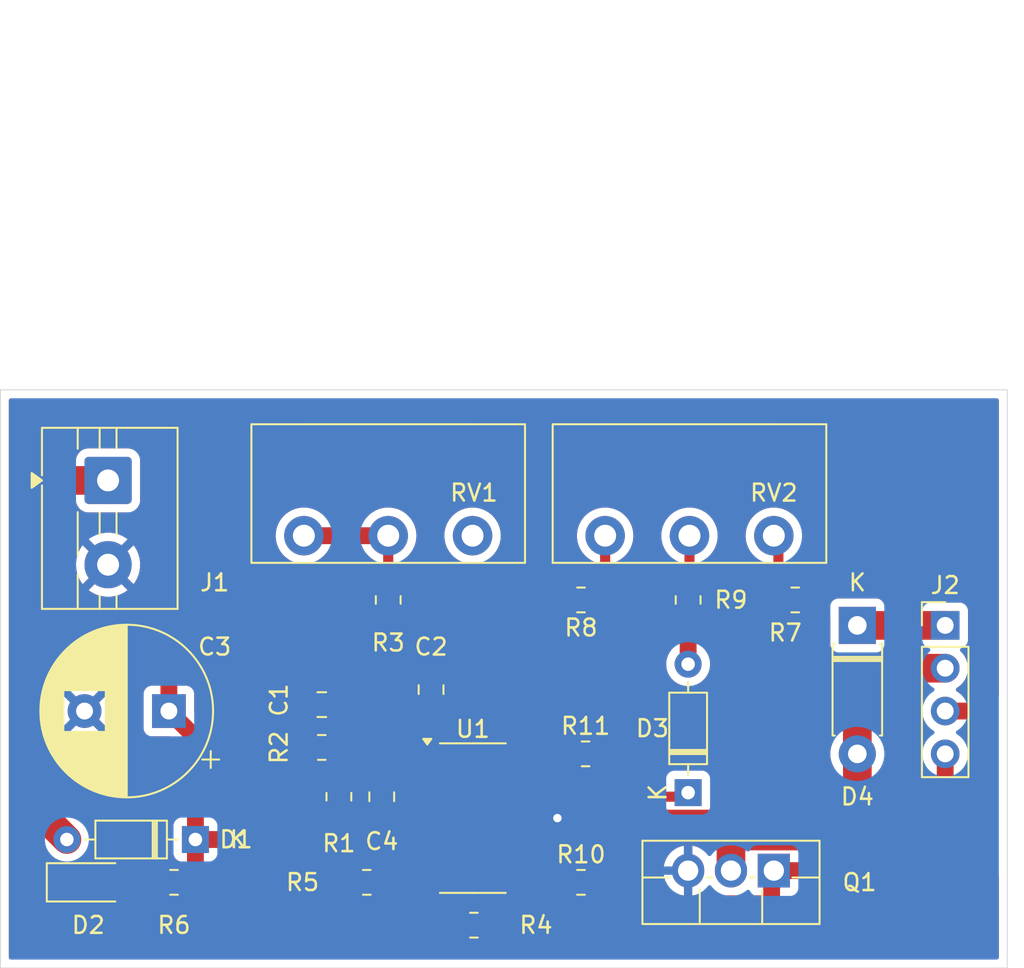
<source format=kicad_pcb>
(kicad_pcb (version 20241229) (generator "pcbnew") (generator_version "9.0")
  (layers (0 "F.Cu" signal) (2 "B.Cu" signal) (13 "F.Paste" user) (15 "B.Paste" user) (5 "F.SilkS" user "F.Silkscreen") (7 "B.SilkS" user "B.Silkscreen") (1 "F.Mask" user) (3 "B.Mask" user) (25 "Edge.Cuts" user))
  (net 0 "")
  (net 1 "GND")
  (net 2 "Net-(U1A-+)")
  (net 3 "+12V")
  (net 4 "/SIG1")
  (net 5 "Net-(U1A--)")
  (net 6 "Net-(D1-A)")
  (net 7 "Net-(D2-A)")
  (net 8 "Net-(D3-A)")
  (net 9 "Net-(D3-K)")
  (net 10 "VCC")
  (net 11 "Net-(D4-A)")
  (net 12 "/PW_OUT")
  (net 13 "/TRI_OUT")
  (net 14 "Net-(R3-Pad2)")
  (net 15 "Net-(R5-Pad2)")
  (net 16 "Net-(U1B-+)")
  (net 17 "Net-(U1C--)")
  (net 18 "Net-(R11-Pad1)")
  (net 19 "Net-(R7-Pad2)")
  (net 20 "Net-(R8-Pad1)")
  (net 21 "Net-(R9-Pad1)")
  (footprint "Resistor_SMD:R_0805_2012Metric_Pad1.20x1.40mm_HandSolder" (layer "F.Cu") (at 161.42 110.49 180)
    (property "Reference" "R6" (at 0 -2.54 0) (layer "F.SilkS"))
    (property "Value" "1k")
    (fp_line (start -0.227064 0.735) (end 0.227064 0.735) (stroke (width 0.12)) (layer "F.SilkS"))
    (fp_line (start -0.227064 -0.735) (end 0.227064 -0.735) (stroke (width 0.12)) (layer "F.SilkS"))
    (pad "1" smd roundrect (at -1 0 180) (size 1.2 1.4) (layers "F.Cu" "F.Mask" "F.Paste") (roundrect_rratio 0.208333) (net 3 "+12V"))
    (pad "2" smd roundrect (at 1 0 180) (size 1.2 1.4) (layers "F.Cu" "F.Mask" "F.Paste") (roundrect_rratio 0.208333) (net 7 "Net-(D2-A)"))
  )
  (footprint "Package_SO:SOIC-14_3.9x8.7mm_P1.27mm" (layer "F.Cu") (at 179.135 106.68)
    (property "Reference" "U1" (at 0 -5.28 0) (layer "F.SilkS"))
    (property "Value" "TL074")
    (fp_line (start 0 -4.435) (end -1.95 -4.435) (stroke (width 0.12)) (layer "F.SilkS"))
    (fp_line (start 0 -4.435) (end 1.95 -4.435) (stroke (width 0.12)) (layer "F.SilkS"))
    (fp_line (start 0 4.435) (end -1.95 4.435) (stroke (width 0.12)) (layer "F.SilkS"))
    (fp_line (start 0 4.435) (end 1.95 4.435) (stroke (width 0.12)) (layer "F.SilkS"))
    (fp_poly (pts (xy -2.7 -4.37) (xy -2.94 -4.7) (xy -2.46 -4.7)) (stroke (width 0.12)) (fill yes) (layer "F.SilkS"))
    (pad "1" smd roundrect (at -2.475 -3.81) (size 1.95 0.6) (layers "F.Cu" "F.Mask" "F.Paste") (net 4 "/SIG1"))
    (pad "2" smd roundrect (at -2.475 -2.54) (size 1.95 0.6) (layers "F.Cu" "F.Mask" "F.Paste") (net 5 "Net-(U1A--)"))
    (pad "3" smd roundrect (at -2.475 -1.27) (size 1.95 0.6) (layers "F.Cu" "F.Mask" "F.Paste") (net 2 "Net-(U1A-+)"))
    (pad "4" smd roundrect (at -2.475 0) (size 1.95 0.6) (layers "F.Cu" "F.Mask" "F.Paste") (net 3 "+12V"))
    (pad "5" smd roundrect (at -2.475 1.27) (size 1.95 0.6) (layers "F.Cu" "F.Mask" "F.Paste") (net 16 "Net-(U1B-+)"))
    (pad "6" smd roundrect (at -2.475 2.54) (size 1.95 0.6) (layers "F.Cu" "F.Mask" "F.Paste") (net 2 "Net-(U1A-+)"))
    (pad "7" smd roundrect (at -2.475 3.81) (size 1.95 0.6) (layers "F.Cu" "F.Mask" "F.Paste") (net 15 "Net-(R5-Pad2)"))
    (pad "8" smd roundrect (at 2.475 3.81) (size 1.95 0.6) (layers "F.Cu" "F.Mask" "F.Paste") (net 17 "Net-(U1C--)"))
    (pad "9" smd roundrect (at 2.475 2.54) (size 1.95 0.6) (layers "F.Cu" "F.Mask" "F.Paste") (net 17 "Net-(U1C--)"))
    (pad "10" smd roundrect (at 2.475 1.27) (size 1.95 0.6) (layers "F.Cu" "F.Mask" "F.Paste") (net 4 "/SIG1"))
    (pad "11" smd roundrect (at 2.475 0) (size 1.95 0.6) (layers "F.Cu" "F.Mask" "F.Paste") (net 1 "GND"))
    (pad "12" smd roundrect (at 2.475 -1.27) (size 1.95 0.6) (layers "F.Cu" "F.Mask" "F.Paste") (net 9 "Net-(D3-K)"))
    (pad "13" smd roundrect (at 2.475 -2.54) (size 1.95 0.6) (layers "F.Cu" "F.Mask" "F.Paste") (net 4 "/SIG1"))
    (pad "14" smd roundrect (at 2.475 -3.81) (size 1.95 0.6) (layers "F.Cu" "F.Mask" "F.Paste") (net 18 "Net-(R11-Pad1)"))
  )
  (footprint "Capacitor_SMD:C_0805_2012Metric_Pad1.18x1.45mm_HandSolder" (layer "F.Cu") (at 170.18 99.949 180)
    (property "Reference" "C1" (at 2.54 0.27 90) (layer "F.SilkS"))
    (property "Value" "100n")
    (fp_line (start -0.261252 0.735) (end 0.261252 0.735) (stroke (width 0.12)) (layer "F.SilkS"))
    (fp_line (start -0.261252 -0.735) (end 0.261252 -0.735) (stroke (width 0.12)) (layer "F.SilkS"))
    (pad "1" smd roundrect (at -1.0375 0 180) (size 1.175 1.45) (layers "F.Cu" "F.Mask" "F.Paste") (roundrect_rratio 0.212766) (net 2 "Net-(U1A-+)"))
    (pad "2" smd roundrect (at 1.0375 0 180) (size 1.175 1.45) (layers "F.Cu" "F.Mask" "F.Paste") (roundrect_rratio 0.212766) (net 1 "GND"))
  )
  (footprint "LED_SMD:LED_1206_3216Metric_Pad1.42x1.75mm_HandSolder" (layer "F.Cu") (at 156.34 110.49)
    (property "Reference" "D2" (at 0 2.54 0) (layer "F.SilkS"))
    (property "Value" "RED")
    (fp_line (start -2.46 -1.135) (end -2.46 1.135) (stroke (width 0.12)) (layer "F.SilkS"))
    (fp_line (start -2.46 1.135) (end 1.6 1.135) (stroke (width 0.12)) (layer "F.SilkS"))
    (fp_line (start 1.6 -1.135) (end -2.46 -1.135) (stroke (width 0.12)) (layer "F.SilkS"))
    (pad "1" smd roundrect (at -1.4875 0) (size 1.425 1.75) (layers "F.Cu" "F.Mask" "F.Paste") (roundrect_rratio 0.175439) (net 1 "GND"))
    (pad "2" smd roundrect (at 1.4875 0) (size 1.425 1.75) (layers "F.Cu" "F.Mask" "F.Paste") (roundrect_rratio 0.175439) (net 7 "Net-(D2-A)"))
  )
  (footprint "Capacitor_THT:CP_Radial_D10.0mm_P5.00mm" (layer "F.Cu") (at 161.117677 100.33 180)
    (property "Reference" "C3" (at -2.712323 3.81 180) (layer "F.SilkS"))
    (property "Value" "10u")
    (fp_line (start 7.58 -0.599) (end 7.58 0.599) (stroke (width 0.12)) (layer "F.SilkS"))
    (fp_line (start 7.54 -0.862) (end 7.54 0.862) (stroke (width 0.12)) (layer "F.SilkS"))
    (fp_line (start 7.5 -1.062) (end 7.5 1.062) (stroke (width 0.12)) (layer "F.SilkS"))
    (fp_line (start 7.46 -1.23) (end 7.46 1.23) (stroke (width 0.12)) (layer "F.SilkS"))
    (fp_line (start 7.42 -1.377) (end 7.42 1.377) (stroke (width 0.12)) (layer "F.SilkS"))
    (fp_line (start 7.38 -1.509) (end 7.38 1.509) (stroke (width 0.12)) (layer "F.SilkS"))
    (fp_line (start 7.34 -1.63) (end 7.34 1.63) (stroke (width 0.12)) (layer "F.SilkS"))
    (fp_line (start 7.3 -1.742) (end 7.3 1.742) (stroke (width 0.12)) (layer "F.SilkS"))
    (fp_line (start 7.26 -1.846) (end 7.26 1.846) (stroke (width 0.12)) (layer "F.SilkS"))
    (fp_line (start 7.22 -1.944) (end 7.22 1.944) (stroke (width 0.12)) (layer "F.SilkS"))
    (fp_line (start 7.18 -2.037) (end 7.18 2.037) (stroke (width 0.12)) (layer "F.SilkS"))
    (fp_line (start 7.14 -2.124) (end 7.14 2.124) (stroke (width 0.12)) (layer "F.SilkS"))
    (fp_line (start 7.1 -2.208) (end 7.1 2.208) (stroke (width 0.12)) (layer "F.SilkS"))
    (fp_line (start 7.06 -2.288) (end 7.06 2.288) (stroke (width 0.12)) (layer "F.SilkS"))
    (fp_line (start 7.02 -2.365) (end 7.02 2.365) (stroke (width 0.12)) (layer "F.SilkS"))
    (fp_line (start 6.98 -2.439) (end 6.98 2.439) (stroke (width 0.12)) (layer "F.SilkS"))
    (fp_line (start 6.94 -2.51) (end 6.94 2.51) (stroke (width 0.12)) (layer "F.SilkS"))
    (fp_line (start 6.9 -2.578) (end 6.9 2.578) (stroke (width 0.12)) (layer "F.SilkS"))
    (fp_line (start 6.86 -2.644) (end 6.86 2.644) (stroke (width 0.12)) (layer "F.SilkS"))
    (fp_line (start 6.82 -2.708) (end 6.82 2.708) (stroke (width 0.12)) (layer "F.SilkS"))
    (fp_line (start 6.78 -2.77) (end 6.78 2.77) (stroke (width 0.12)) (layer "F.SilkS"))
    (fp_line (start 6.74 -2.83) (end 6.74 2.83) (stroke (width 0.12)) (layer "F.SilkS"))
    (fp_line (start 6.7 -2.888) (end 6.7 2.888) (stroke (width 0.12)) (layer "F.SilkS"))
    (fp_line (start 6.66 -2.945) (end 6.66 2.945) (stroke (width 0.12)) (layer "F.SilkS"))
    (fp_line (start 6.62 -3) (end 6.62 3) (stroke (width 0.12)) (layer "F.SilkS"))
    (fp_line (start 6.58 -3.053) (end 6.58 3.053) (stroke (width 0.12)) (layer "F.SilkS"))
    (fp_line (start 6.54 -3.105) (end 6.54 3.105) (stroke (width 0.12)) (layer "F.SilkS"))
    (fp_line (start 6.5 -3.156) (end 6.5 3.156) (stroke (width 0.12)) (layer "F.SilkS"))
    (fp_line (start 6.46 -3.205) (end 6.46 3.205) (stroke (width 0.12)) (layer "F.SilkS"))
    (fp_line (start 6.42 -3.254) (end 6.42 3.254) (stroke (width 0.12)) (layer "F.SilkS"))
    (fp_line (start 6.38 -3.301) (end 6.38 3.301) (stroke (width 0.12)) (layer "F.SilkS"))
    (fp_line (start 6.34 -3.347) (end 6.34 3.347) (stroke (width 0.12)) (layer "F.SilkS"))
    (fp_line (start 6.3 -3.391) (end 6.3 3.391) (stroke (width 0.12)) (layer "F.SilkS"))
    (fp_line (start 6.26 -3.435) (end 6.26 3.435) (stroke (width 0.12)) (layer "F.SilkS"))
    (fp_line (start 6.22 1.24) (end 6.22 3.478) (stroke (width 0.12)) (layer "F.SilkS"))
    (fp_line (start 6.22 -3.478) (end 6.22 -1.24) (stroke (width 0.12)) (layer "F.SilkS"))
    (fp_line (start 6.18 1.24) (end 6.18 3.52) (stroke (width 0.12)) (layer "F.SilkS"))
    (fp_line (start 6.18 -3.52) (end 6.18 -1.24) (stroke (width 0.12)) (layer "F.SilkS"))
    (fp_line (start 6.14 1.24) (end 6.14 3.561) (stroke (width 0.12)) (layer "F.SilkS"))
    (fp_line (start 6.14 -3.561) (end 6.14 -1.24) (stroke (width 0.12)) (layer "F.SilkS"))
    (fp_line (start 6.1 1.24) (end 6.1 3.601) (stroke (width 0.12)) (layer "F.SilkS"))
    (fp_line (start 6.1 -3.601) (end 6.1 -1.24) (stroke (width 0.12)) (layer "F.SilkS"))
    (fp_line (start 6.06 1.24) (end 6.06 3.64) (stroke (width 0.12)) (layer "F.SilkS"))
    (fp_line (start 6.06 -3.64) (end 6.06 -1.24) (stroke (width 0.12)) (layer "F.SilkS"))
    (fp_line (start 6.02 1.24) (end 6.02 3.678) (stroke (width 0.12)) (layer "F.SilkS"))
    (fp_line (start 6.02 -3.678) (end 6.02 -1.24) (stroke (width 0.12)) (layer "F.SilkS"))
    (fp_line (start 5.98 1.24) (end 5.98 3.716) (stroke (width 0.12)) (layer "F.SilkS"))
    (fp_line (start 5.98 -3.716) (end 5.98 -1.24) (stroke (width 0.12)) (layer "F.SilkS"))
    (fp_line (start 5.94 1.24) (end 5.94 3.752) (stroke (width 0.12)) (layer "F.SilkS"))
    (fp_line (start 5.94 -3.752) (end 5.94 -1.24) (stroke (width 0.12)) (layer "F.SilkS"))
    (fp_line (start 5.9 1.24) (end 5.9 3.788) (stroke (width 0.12)) (layer "F.SilkS"))
    (fp_line (start 5.9 -3.788) (end 5.9 -1.24) (stroke (width 0.12)) (layer "F.SilkS"))
    (fp_line (start 5.86 1.24) (end 5.86 3.823) (stroke (width 0.12)) (layer "F.SilkS"))
    (fp_line (start 5.86 -3.823) (end 5.86 -1.24) (stroke (width 0.12)) (layer "F.SilkS"))
    (fp_line (start 5.82 1.24) (end 5.82 3.858) (stroke (width 0.12)) (layer "F.SilkS"))
    (fp_line (start 5.82 -3.858) (end 5.82 -1.24) (stroke (width 0.12)) (layer "F.SilkS"))
    (fp_line (start 5.78 1.24) (end 5.78 3.891) (stroke (width 0.12)) (layer "F.SilkS"))
    (fp_line (start 5.78 -3.891) (end 5.78 -1.24) (stroke (width 0.12)) (layer "F.SilkS"))
    (fp_line (start 5.74 1.24) (end 5.74 3.924) (stroke (width 0.12)) (layer "F.SilkS"))
    (fp_line (start 5.74 -3.924) (end 5.74 -1.24) (stroke (width 0.12)) (layer "F.SilkS"))
    (fp_line (start 5.7 1.24) (end 5.7 3.957) (stroke (width 0.12)) (layer "F.SilkS"))
    (fp_line (start 5.7 -3.957) (end 5.7 -1.24) (stroke (width 0.12)) (layer "F.SilkS"))
    (fp_line (start 5.66 1.24) (end 5.66 3.988) (stroke (width 0.12)) (layer "F.SilkS"))
    (fp_line (start 5.66 -3.988) (end 5.66 -1.24) (stroke (width 0.12)) (layer "F.SilkS"))
    (fp_line (start 5.62 1.24) (end 5.62 4.02) (stroke (width 0.12)) (layer "F.SilkS"))
    (fp_line (start 5.62 -4.02) (end 5.62 -1.24) (stroke (width 0.12)) (layer "F.SilkS"))
    (fp_line (start 5.58 1.24) (end 5.58 4.05) (stroke (width 0.12)) (layer "F.SilkS"))
    (fp_line (start 5.58 -4.05) (end 5.58 -1.24) (stroke (width 0.12)) (layer "F.SilkS"))
    (fp_line (start 5.54 1.24) (end 5.54 4.08) (stroke (width 0.12)) (layer "F.SilkS"))
    (fp_line (start 5.54 -4.08) (end 5.54 -1.24) (stroke (width 0.12)) (layer "F.SilkS"))
    (fp_line (start 5.5 1.24) (end 5.5 4.109) (stroke (width 0.12)) (layer "F.SilkS"))
    (fp_line (start 5.5 -4.109) (end 5.5 -1.24) (stroke (width 0.12)) (layer "F.SilkS"))
    (fp_line (start 5.46 1.24) (end 5.46 4.138) (stroke (width 0.12)) (layer "F.SilkS"))
    (fp_line (start 5.46 -4.138) (end 5.46 -1.24) (stroke (width 0.12)) (layer "F.SilkS"))
    (fp_line (start 5.42 1.24) (end 5.42 4.166) (stroke (width 0.12)) (layer "F.SilkS"))
    (fp_line (start 5.42 -4.166) (end 5.42 -1.24) (stroke (width 0.12)) (layer "F.SilkS"))
    (fp_line (start 5.38 1.24) (end 5.38 4.193) (stroke (width 0.12)) (layer "F.SilkS"))
    (fp_line (start 5.38 -4.193) (end 5.38 -1.24) (stroke (width 0.12)) (layer "F.SilkS"))
    (fp_line (start 5.34 1.24) (end 5.34 4.22) (stroke (width 0.12)) (layer "F.SilkS"))
    (fp_line (start 5.34 -4.22) (end 5.34 -1.24) (stroke (width 0.12)) (layer "F.SilkS"))
    (fp_line (start 5.3 1.24) (end 5.3 4.247) (stroke (width 0.12)) (layer "F.SilkS"))
    (fp_line (start 5.3 -4.247) (end 5.3 -1.24) (stroke (width 0.12)) (layer "F.SilkS"))
    (fp_line (start 5.26 1.24) (end 5.26 4.272) (stroke (width 0.12)) (layer "F.SilkS"))
    (fp_line (start 5.26 -4.272) (end 5.26 -1.24) (stroke (width 0.12)) (layer "F.SilkS"))
    (fp_line (start 5.22 1.24) (end 5.22 4.298) (stroke (width 0.12)) (layer "F.SilkS"))
    (fp_line (start 5.22 -4.298) (end 5.22 -1.24) (stroke (width 0.12)) (layer "F.SilkS"))
    (fp_line (start 5.18 1.24) (end 5.18 4.323) (stroke (width 0.12)) (layer "F.SilkS"))
    (fp_line (start 5.18 -4.323) (end 5.18 -1.24) (stroke (width 0.12)) (layer "F.SilkS"))
    (fp_line (start 5.14 1.24) (end 5.14 4.347) (stroke (width 0.12)) (layer "F.SilkS"))
    (fp_line (start 5.14 -4.347) (end 5.14 -1.24) (stroke (width 0.12)) (layer "F.SilkS"))
    (fp_line (start 5.1 1.24) (end 5.1 4.371) (stroke (width 0.12)) (layer "F.SilkS"))
    (fp_line (start 5.1 -4.371) (end 5.1 -1.24) (stroke (width 0.12)) (layer "F.SilkS"))
    (fp_line (start 5.06 1.24) (end 5.06 4.394) (stroke (width 0.12)) (layer "F.SilkS"))
    (fp_line (start 5.06 -4.394) (end 5.06 -1.24) (stroke (width 0.12)) (layer "F.SilkS"))
    (fp_line (start 5.02 1.24) (end 5.02 4.417) (stroke (width 0.12)) (layer "F.SilkS"))
    (fp_line (start 5.02 -4.417) (end 5.02 -1.24) (stroke (width 0.12)) (layer "F.SilkS"))
    (fp_line (start 4.98 1.24) (end 4.98 4.439) (stroke (width 0.12)) (layer "F.SilkS"))
    (fp_line (start 4.98 -4.439) (end 4.98 -1.24) (stroke (width 0.12)) (layer "F.SilkS"))
    (fp_line (start 4.94 1.24) (end 4.94 4.461) (stroke (width 0.12)) (layer "F.SilkS"))
    (fp_line (start 4.94 -4.461) (end 4.94 -1.24) (stroke (width 0.12)) (layer "F.SilkS"))
    (fp_line (start 4.9 1.24) (end 4.9 4.483) (stroke (width 0.12)) (layer "F.SilkS"))
    (fp_line (start 4.9 -4.483) (end 4.9 -1.24) (stroke (width 0.12)) (layer "F.SilkS"))
    (fp_line (start 4.86 1.24) (end 4.86 4.504) (stroke (width 0.12)) (layer "F.SilkS"))
    (fp_line (start 4.86 -4.504) (end 4.86 -1.24) (stroke (width 0.12)) (layer "F.SilkS"))
    (fp_line (start 4.82 1.24) (end 4.82 4.524) (stroke (width 0.12)) (layer "F.SilkS"))
    (fp_line (start 4.82 -4.524) (end 4.82 -1.24) (stroke (width 0.12)) (layer "F.SilkS"))
    (fp_line (start 4.78 1.24) (end 4.78 4.544) (stroke (width 0.12)) (layer "F.SilkS"))
    (fp_line (start 4.78 -4.544) (end 4.78 -1.24) (stroke (width 0.12)) (layer "F.SilkS"))
    (fp_line (start 4.74 1.24) (end 4.74 4.564) (stroke (width 0.12)) (layer "F.SilkS"))
    (fp_line (start 4.74 -4.564) (end 4.74 -1.24) (stroke (width 0.12)) (layer "F.SilkS"))
    (fp_line (start 4.7 1.24) (end 4.7 4.583) (stroke (width 0.12)) (layer "F.SilkS"))
    (fp_line (start 4.7 -4.583) (end 4.7 -1.24) (stroke (width 0.12)) (layer "F.SilkS"))
    (fp_line (start 4.66 1.24) (end 4.66 4.602) (stroke (width 0.12)) (layer "F.SilkS"))
    (fp_line (start 4.66 -4.602) (end 4.66 -1.24) (stroke (width 0.12)) (layer "F.SilkS"))
    (fp_line (start 4.62 1.24) (end 4.62 4.62) (stroke (width 0.12)) (layer "F.SilkS"))
    (fp_line (start 4.62 -4.62) (end 4.62 -1.24) (stroke (width 0.12)) (layer "F.SilkS"))
    (fp_line (start 4.58 1.24) (end 4.58 4.638) (stroke (width 0.12)) (layer "F.SilkS"))
    (fp_line (start 4.58 -4.638) (end 4.58 -1.24) (stroke (width 0.12)) (layer "F.SilkS"))
    (fp_line (start 4.54 1.24) (end 4.54 4.656) (stroke (width 0.12)) (layer "F.SilkS"))
    (fp_line (start 4.54 -4.656) (end 4.54 -1.24) (stroke (width 0.12)) (layer "F.SilkS"))
    (fp_line (start 4.5 1.24) (end 4.5 4.673) (stroke (width 0.12)) (layer "F.SilkS"))
    (fp_line (start 4.5 -4.673) (end 4.5 -1.24) (stroke (width 0.12)) (layer "F.SilkS"))
    (fp_line (start 4.46 1.24) (end 4.46 4.69) (stroke (width 0.12)) (layer "F.SilkS"))
    (fp_line (start 4.46 -4.69) (end 4.46 -1.24) (stroke (width 0.12)) (layer "F.SilkS"))
    (fp_line (start 4.42 1.24) (end 4.42 4.706) (stroke (width 0.12)) (layer "F.SilkS"))
    (fp_line (start 4.42 -4.706) (end 4.42 -1.24) (stroke (width 0.12)) (layer "F.SilkS"))
    (fp_line (start 4.38 1.24) (end 4.38 4.722) (stroke (width 0.12)) (layer "F.SilkS"))
    (fp_line (start 4.38 -4.722) (end 4.38 -1.24) (stroke (width 0.12)) (layer "F.SilkS"))
    (fp_line (start 4.34 1.24) (end 4.34 4.738) (stroke (width 0.12)) (layer "F.SilkS"))
    (fp_line (start 4.34 -4.738) (end 4.34 -1.24) (stroke (width 0.12)) (layer "F.SilkS"))
    (fp_line (start 4.3 1.24) (end 4.3 4.753) (stroke (width 0.12)) (layer "F.SilkS"))
    (fp_line (start 4.3 -4.753) (end 4.3 -1.24) (stroke (width 0.12)) (layer "F.SilkS"))
    (fp_line (start 4.26 1.24) (end 4.26 4.768) (stroke (width 0.12)) (layer "F.SilkS"))
    (fp_line (start 4.26 -4.768) (end 4.26 -1.24) (stroke (width 0.12)) (layer "F.SilkS"))
    (fp_line (start 4.22 1.24) (end 4.22 4.782) (stroke (width 0.12)) (layer "F.SilkS"))
    (fp_line (start 4.22 -4.782) (end 4.22 -1.24) (stroke (width 0.12)) (layer "F.SilkS"))
    (fp_line (start 4.18 1.24) (end 4.18 4.797) (stroke (width 0.12)) (layer "F.SilkS"))
    (fp_line (start 4.18 -4.797) (end 4.18 -1.24) (stroke (width 0.12)) (layer "F.SilkS"))
    (fp_line (start 4.14 1.24) (end 4.14 4.81) (stroke (width 0.12)) (layer "F.SilkS"))
    (fp_line (start 4.14 -4.81) (end 4.14 -1.24) (stroke (width 0.12)) (layer "F.SilkS"))
    (fp_line (start 4.1 1.24) (end 4.1 4.824) (stroke (width 0.12)) (layer "F.SilkS"))
    (fp_line (start 4.1 -4.824) (end 4.1 -1.24) (stroke (width 0.12)) (layer "F.SilkS"))
    (fp_line (start 4.06 1.24) (end 4.06 4.837) (stroke (width 0.12)) (layer "F.SilkS"))
    (fp_line (start 4.06 -4.837) (end 4.06 -1.24) (stroke (width 0.12)) (layer "F.SilkS"))
    (fp_line (start 4.02 1.24) (end 4.02 4.849) (stroke (width 0.12)) (layer "F.SilkS"))
    (fp_line (start 4.02 -4.849) (end 4.02 -1.24) (stroke (width 0.12)) (layer "F.SilkS"))
    (fp_line (start 3.98 1.24) (end 3.98 4.861) (stroke (width 0.12)) (layer "F.SilkS"))
    (fp_line (start 3.98 -4.861) (end 3.98 -1.24) (stroke (width 0.12)) (layer "F.SilkS"))
    (fp_line (start 3.94 1.24) (end 3.94 4.873) (stroke (width 0.12)) (layer "F.SilkS"))
    (fp_line (start 3.94 -4.873) (end 3.94 -1.24) (stroke (width 0.12)) (layer "F.SilkS"))
    (fp_line (start 3.9 1.24) (end 3.9 4.885) (stroke (width 0.12)) (layer "F.SilkS"))
    (fp_line (start 3.9 -4.885) (end 3.9 -1.24) (stroke (width 0.12)) (layer "F.SilkS"))
    (fp_line (start 3.86 1.24) (end 3.86 4.896) (stroke (width 0.12)) (layer "F.SilkS"))
    (fp_line (start 3.86 -4.896) (end 3.86 -1.24) (stroke (width 0.12)) (layer "F.SilkS"))
    (fp_line (start 3.82 1.24) (end 3.82 4.907) (stroke (width 0.12)) (layer "F.SilkS"))
    (fp_line (start 3.82 -4.907) (end 3.82 -1.24) (stroke (width 0.12)) (layer "F.SilkS"))
    (fp_line (start 3.78 1.24) (end 3.78 4.917) (stroke (width 0.12)) (layer "F.SilkS"))
    (fp_line (start 3.78 -4.917) (end 3.78 -1.24) (stroke (width 0.12)) (layer "F.SilkS"))
    (fp_line (start 3.74 -4.928) (end 3.74 4.928) (stroke (width 0.12)) (layer "F.SilkS"))
    (fp_line (start 3.7 -4.937) (end 3.7 4.937) (stroke (width 0.12)) (layer "F.SilkS"))
    (fp_line (start 3.66 -4.947) (end 3.66 4.947) (stroke (width 0.12)) (layer "F.SilkS"))
    (fp_line (start 3.62 -4.956) (end 3.62 4.956) (stroke (width 0.12)) (layer "F.SilkS"))
    (fp_line (start 3.58 -4.965) (end 3.58 4.965) (stroke (width 0.12)) (layer "F.SilkS"))
    (fp_line (start 3.54 -4.973) (end 3.54 4.973) (stroke (width 0.12)) (layer "F.SilkS"))
    (fp_line (start 3.5 -4.981) (end 3.5 4.981) (stroke (width 0.12)) (layer "F.SilkS"))
    (fp_line (start 3.46 -4.989) (end 3.46 4.989) (stroke (width 0.12)) (layer "F.SilkS"))
    (fp_line (start 3.42 -4.997) (end 3.42 4.997) (stroke (width 0.12)) (layer "F.SilkS"))
    (fp_line (start 3.38 -5.004) (end 3.38 5.004) (stroke (width 0.12)) (layer "F.SilkS"))
    (fp_line (start 3.34 -5.011) (end 3.34 5.011) (stroke (width 0.12)) (layer "F.SilkS"))
    (fp_line (start 3.3 -5.017) (end 3.3 5.017) (stroke (width 0.12)) (layer "F.SilkS"))
    (fp_line (start 3.26 -5.023) (end 3.26 5.023) (stroke (width 0.12)) (layer "F.SilkS"))
    (fp_line (start 3.22 -5.029) (end 3.22 5.029) (stroke (width 0.12)) (layer "F.SilkS"))
    (fp_line (start 3.18 -5.035) (end 3.18 5.035) (stroke (width 0.12)) (layer "F.SilkS"))
    (fp_line (start 3.14 -5.04) (end 3.14 5.04) (stroke (width 0.12)) (layer "F.SilkS"))
    (fp_line (start 3.1 -5.045) (end 3.1 5.045) (stroke (width 0.12)) (layer "F.SilkS"))
    (fp_line (start 3.06 -5.049) (end 3.06 5.049) (stroke (width 0.12)) (layer "F.SilkS"))
    (fp_line (start 3.02 -5.054) (end 3.02 5.054) (stroke (width 0.12)) (layer "F.SilkS"))
    (fp_line (start 2.98 -5.057) (end 2.98 5.057) (stroke (width 0.12)) (layer "F.SilkS"))
    (fp_line (start 2.94 -5.061) (end 2.94 5.061) (stroke (width 0.12)) (layer "F.SilkS"))
    (fp_line (start 2.9 -5.064) (end 2.9 5.064) (stroke (width 0.12)) (layer "F.SilkS"))
    (fp_line (start 2.86 -5.067) (end 2.86 5.067) (stroke (width 0.12)) (layer "F.SilkS"))
    (fp_line (start 2.82 -5.07) (end 2.82 5.07) (stroke (width 0.12)) (layer "F.SilkS"))
    (fp_line (start 2.78 -5.072) (end 2.78 5.072) (stroke (width 0.12)) (layer "F.SilkS"))
    (fp_line (start 2.74 -5.074) (end 2.74 5.074) (stroke (width 0.12)) (layer "F.SilkS"))
    (fp_line (start 2.7 -5.076) (end 2.7 5.076) (stroke (width 0.12)) (layer "F.SilkS"))
    (fp_line (start 2.66 -5.077) (end 2.66 5.077) (stroke (width 0.12)) (layer "F.SilkS"))
    (fp_line (start 2.62 -5.079) (end 2.62 5.079) (stroke (width 0.12)) (layer "F.SilkS"))
    (fp_line (start 2.58 -5.079) (end 2.58 5.079) (stroke (width 0.12)) (layer "F.SilkS"))
    (fp_line (start 2.54 -5.08) (end 2.54 5.08) (stroke (width 0.12)) (layer "F.SilkS"))
    (fp_line (start 2.5 -5.08) (end 2.5 5.08) (stroke (width 0.12)) (layer "F.SilkS"))
    (fp_line (start -2.479646 -3.375) (end -2.479646 -2.375) (stroke (width 0.12)) (layer "F.SilkS"))
    (fp_line (start -2.979646 -2.875) (end -1.979646 -2.875) (stroke (width 0.12)) (layer "F.SilkS"))
    (fp_circle (center 2.5 0) (end 7.62 0) (stroke (width 0.12)) (fill no) (layer "F.SilkS"))
    (pad "1" thru_hole rect (at 0 0 180) (size 2 2) (drill 1) (layers "*.Cu" "*.Mask") (net 3 "+12V"))
    (pad "2" thru_hole circle (at 5 0 180) (size 2 2) (drill 1) (layers "*.Cu" "*.Mask") (net 1 "GND"))
  )
  (footprint "Capacitor_SMD:C_0805_2012Metric_Pad1.18x1.45mm_HandSolder" (layer "F.Cu") (at 176.66 99.06 -90)
    (property "Reference" "C2" (at -2.54 0 180) (layer "F.SilkS"))
    (property "Value" "10n")
    (fp_line (start -0.261252 0.735) (end 0.261252 0.735) (stroke (width 0.12)) (layer "F.SilkS"))
    (fp_line (start -0.261252 -0.735) (end 0.261252 -0.735) (stroke (width 0.12)) (layer "F.SilkS"))
    (pad "1" smd roundrect (at -1.0375 0 270) (size 1.175 1.45) (layers "F.Cu" "F.Mask" "F.Paste") (roundrect_rratio 0.212766) (net 5 "Net-(U1A--)"))
    (pad "2" smd roundrect (at 1.0375 0 270) (size 1.175 1.45) (layers "F.Cu" "F.Mask" "F.Paste") (roundrect_rratio 0.212766) (net 4 "/SIG1"))
  )
  (footprint "Capacitor_SMD:C_0805_2012Metric_Pad1.18x1.45mm_HandSolder" (layer "F.Cu") (at 173.736 105.41 90)
    (property "Reference" "C4" (at -2.65 0 0) (layer "F.SilkS"))
    (property "Value" "100n")
    (fp_line (start -0.261252 -0.735) (end 0.261252 -0.735) (stroke (width 0.12)) (layer "F.SilkS"))
    (fp_line (start -0.261252 0.735) (end 0.261252 0.735) (stroke (width 0.12)) (layer "F.SilkS"))
    (pad "1" smd roundrect (at -1.0375 0 90) (size 1.175 1.45) (layers "F.Cu" "F.Mask" "F.Paste") (roundrect_rratio 0.212766) (net 3 "+12V"))
    (pad "2" smd roundrect (at 1.0375 0 90) (size 1.175 1.45) (layers "F.Cu" "F.Mask" "F.Paste") (roundrect_rratio 0.212766) (net 1 "GND"))
  )
  (footprint "Resistor_SMD:R_0805_2012Metric_Pad1.20x1.40mm_HandSolder" (layer "F.Cu") (at 198.25 93.74 180)
    (property "Reference" "R7" (at 0.5925 -1.95 0) (layer "F.SilkS"))
    (property "Value" "2k2")
    (fp_line (start -0.227064 0.735) (end 0.227064 0.735) (stroke (width 0.12)) (layer "F.SilkS"))
    (fp_line (start -0.227064 -0.735) (end 0.227064 -0.735) (stroke (width 0.12)) (layer "F.SilkS"))
    (pad "1" smd roundrect (at -1 0 180) (size 1.2 1.4) (layers "F.Cu" "F.Mask" "F.Paste") (roundrect_rratio 0.208333) (net 3 "+12V"))
    (pad "2" smd roundrect (at 1 0 180) (size 1.2 1.4) (layers "F.Cu" "F.Mask" "F.Paste") (roundrect_rratio 0.208333) (net 19 "Net-(R7-Pad2)"))
  )
  (footprint "TerminalBlock:TerminalBlock_MaiXu_MX126-5.0-02P_1x02_P5.00mm" (layer "F.Cu") (at 157.5125 86.65 -90)
    (property "Reference" "J1" (at 6.06 -6.3175 0) (layer "F.SilkS"))
    (property "Value" "12V DC")
    (fp_line (start -3.12 3.92) (end -0.3 3.92) (stroke (width 0.12)) (layer "F.SilkS"))
    (fp_line (start 0.3 3.92) (end 7.62 3.92) (stroke (width 0.12)) (layer "F.SilkS"))
    (fp_line (start -3.12 1.8) (end -1.88 1.8) (stroke (width 0.12)) (layer "F.SilkS"))
    (fp_line (start 1.88 1.8) (end 4.457 1.8) (stroke (width 0.12)) (layer "F.SilkS"))
    (fp_line (start 5.543 1.8) (end 7.62 1.8) (stroke (width 0.12)) (layer "F.SilkS"))
    (fp_line (start -3.12 0.5) (end -1.88 0.5) (stroke (width 0.12)) (layer "F.SilkS"))
    (fp_line (start 1.88 0.5) (end 3.188 0.5) (stroke (width 0.12)) (layer "F.SilkS"))
    (fp_line (start 6.812 0.5) (end 7.62 0.5) (stroke (width 0.12)) (layer "F.SilkS"))
    (fp_line (start -3.12 -0.5) (end -1.88 -0.5) (stroke (width 0.12)) (layer "F.SilkS"))
    (fp_line (start 1.88 -0.5) (end 3.188 -0.5) (stroke (width 0.12)) (layer "F.SilkS"))
    (fp_line (start 6.812 -0.5) (end 7.62 -0.5) (stroke (width 0.12)) (layer "F.SilkS"))
    (fp_line (start -3.12 -4.12) (end -3.12 3.92) (stroke (width 0.12)) (layer "F.SilkS"))
    (fp_line (start -3.12 -4.12) (end 7.62 -4.12) (stroke (width 0.12)) (layer "F.SilkS"))
    (fp_line (start 7.62 -4.12) (end 7.62 3.92) (stroke (width 0.12)) (layer "F.SilkS"))
    (fp_poly (pts (xy 0 3.92) (xy 0.44 4.53) (xy -0.44 4.53)) (stroke (width 0.12)) (fill yes) (layer "F.SilkS"))
    (pad "1" thru_hole roundrect (at 0 0 270) (size 2.8 2.8) (drill 1.3) (layers "*.Cu" "*.Mask") (roundrect_rratio 0.089286) (net 6 "Net-(D1-A)"))
    (pad "2" thru_hole circle (at 5 0 270) (size 2.8 2.8) (drill 1.3) (layers "*.Cu" "*.Mask") (net 1 "GND"))
  )
  (footprint "Resistor_SMD:R_0805_2012Metric_Pad1.20x1.40mm_HandSolder" (layer "F.Cu") (at 185.82 102.87)
    (property "Reference" "R11" (at 0 -1.65 0) (layer "F.SilkS"))
    (property "Value" "1k")
    (fp_line (start -0.227064 -0.735) (end 0.227064 -0.735) (stroke (width 0.12)) (layer "F.SilkS"))
    (fp_line (start -0.227064 0.735) (end 0.227064 0.735) (stroke (width 0.12)) (layer "F.SilkS"))
    (pad "1" smd roundrect (at -1 0) (size 1.2 1.4) (layers "F.Cu" "F.Mask" "F.Paste") (roundrect_rratio 0.208333) (net 18 "Net-(R11-Pad1)"))
    (pad "2" smd roundrect (at 1 0) (size 1.2 1.4) (layers "F.Cu" "F.Mask" "F.Paste") (roundrect_rratio 0.208333) (net 12 "/PW_OUT"))
  )
  (footprint "Resistor_SMD:R_0805_2012Metric_Pad1.20x1.40mm_HandSolder" (layer "F.Cu") (at 171.196 105.41 90)
    (property "Reference" "R1" (at -2.7725 0 0) (layer "F.SilkS"))
    (property "Value" "10k")
    (fp_line (start -0.227064 -0.735) (end 0.227064 -0.735) (stroke (width 0.12)) (layer "F.SilkS"))
    (fp_line (start -0.227064 0.735) (end 0.227064 0.735) (stroke (width 0.12)) (layer "F.SilkS"))
    (pad "1" smd roundrect (at -1 0 90) (size 1.2 1.4) (layers "F.Cu" "F.Mask" "F.Paste") (roundrect_rratio 0.208333) (net 3 "+12V"))
    (pad "2" smd roundrect (at 1 0 90) (size 1.2 1.4) (layers "F.Cu" "F.Mask" "F.Paste") (roundrect_rratio 0.208333) (net 2 "Net-(U1A-+)"))
  )
  (footprint "Diode_THT:D_DO-35_SOD27_P7.62mm_Horizontal" (layer "F.Cu") (at 162.69 107.95 180)
    (property "Reference" "D1" (at -2.41 0 0) (layer "F.SilkS"))
    (property "Value" "BAT42")
    (fp_line (start 6.58 0) (end 5.93 0) (stroke (width 0.12)) (layer "F.SilkS"))
    (fp_line (start 5.93 1.12) (end 5.93 -1.12) (stroke (width 0.12)) (layer "F.SilkS"))
    (fp_line (start 5.93 -1.12) (end 1.69 -1.12) (stroke (width 0.12)) (layer "F.SilkS"))
    (fp_line (start 2.53 -1.12) (end 2.53 1.12) (stroke (width 0.12)) (layer "F.SilkS"))
    (fp_line (start 2.41 -1.12) (end 2.41 1.12) (stroke (width 0.12)) (layer "F.SilkS"))
    (fp_line (start 2.29 -1.12) (end 2.29 1.12) (stroke (width 0.12)) (layer "F.SilkS"))
    (fp_line (start 1.69 1.12) (end 5.93 1.12) (stroke (width 0.12)) (layer "F.SilkS"))
    (fp_line (start 1.69 -1.12) (end 1.69 1.12) (stroke (width 0.12)) (layer "F.SilkS"))
    (fp_line (start 1.04 0) (end 1.69 0) (stroke (width 0.12)) (layer "F.SilkS"))
    (fp_text user "K" (at -2.54 0 0) (layer "F.SilkS"))
    (pad "1" thru_hole rect (at 0 0 180) (size 1.6 1.6) (drill 0.8) (layers "*.Cu" "*.Mask") (net 3 "+12V"))
    (pad "2" thru_hole oval (at 7.62 0 180) (size 1.6 1.6) (drill 0.8) (layers "*.Cu" "*.Mask") (net 6 "Net-(D1-A)"))
  )
  (footprint "Potentiometer_THT:Potentiometer_Piher_PC-16_Single_Horizontal" (layer "F.Cu") (at 179.12 89.93 90)
    (property "Reference" "RV1" (at 2.54 0.08 180) (layer "F.SilkS"))
    (property "Value" "100k")
    (fp_line (start 6.61 -13.11) (end 6.61 3.11) (stroke (width 0.12)) (layer "F.SilkS"))
    (fp_line (start -1.61 -13.11) (end 6.61 -13.11) (stroke (width 0.12)) (layer "F.SilkS"))
    (fp_line (start -1.61 -13.11) (end -1.61 3.11) (stroke (width 0.12)) (layer "F.SilkS"))
    (fp_line (start 6.61 -10.11) (end 6.61 0.11) (stroke (width 0.12)) (layer "F.SilkS"))
    (fp_line (start -1.61 3.11) (end 6.61 3.11) (stroke (width 0.12)) (layer "F.SilkS"))
    (pad "1" thru_hole circle (at 0 0 90) (size 2.34 2.34) (drill 1.3) (layers "*.Cu" "*.Mask") (net 15 "Net-(R5-Pad2)"))
    (pad "2" thru_hole circle (at 0 -5 90) (size 2.34 2.34) (drill 1.3) (layers "*.Cu" "*.Mask") (net 14 "Net-(R3-Pad2)"))
    (pad "3" thru_hole circle (at 0 -10 90) (size 2.34 2.34) (drill 1.3) (layers "*.Cu" "*.Mask") (net 14 "Net-(R3-Pad2)"))
  )
  (footprint "Resistor_SMD:R_0805_2012Metric_Pad1.20x1.40mm_HandSolder" (layer "F.Cu") (at 170.18 102.489 180)
    (property "Reference" "R2" (at 2.54 0 90) (layer "F.SilkS"))
    (property "Value" "10k")
    (fp_line (start -0.227064 0.735) (end 0.227064 0.735) (stroke (width 0.12)) (layer "F.SilkS"))
    (fp_line (start -0.227064 -0.735) (end 0.227064 -0.735) (stroke (width 0.12)) (layer "F.SilkS"))
    (pad "1" smd roundrect (at -1 0 180) (size 1.2 1.4) (layers "F.Cu" "F.Mask" "F.Paste") (roundrect_rratio 0.208333) (net 2 "Net-(U1A-+)"))
    (pad "2" smd roundrect (at 1 0 180) (size 1.2 1.4) (layers "F.Cu" "F.Mask" "F.Paste") (roundrect_rratio 0.208333) (net 1 "GND"))
  )
  (footprint "Resistor_SMD:R_0805_2012Metric_Pad1.20x1.40mm_HandSolder" (layer "F.Cu") (at 179.2 113.03 180)
    (property "Reference" "R4" (at -3.68 0 0) (layer "F.SilkS"))
    (property "Value" "8k2")
    (fp_line (start -0.227064 0.735) (end 0.227064 0.735) (stroke (width 0.12)) (layer "F.SilkS"))
    (fp_line (start -0.227064 -0.735) (end 0.227064 -0.735) (stroke (width 0.12)) (layer "F.SilkS"))
    (pad "1" smd roundrect (at -1 0 180) (size 1.2 1.4) (layers "F.Cu" "F.Mask" "F.Paste") (roundrect_rratio 0.208333) (net 4 "/SIG1"))
    (pad "2" smd roundrect (at 1 0 180) (size 1.2 1.4) (layers "F.Cu" "F.Mask" "F.Paste") (roundrect_rratio 0.208333) (net 16 "Net-(U1B-+)"))
  )
  (footprint "Diode_THT:D_DO-35_SOD27_P7.62mm_Horizontal" (layer "F.Cu") (at 191.9 105.17 90)
    (property "Reference" "D3" (at 3.81 -2.12 180) (layer "F.SilkS"))
    (property "Value" "BAT42")
    (fp_line (start 5.93 -1.12) (end 1.69 -1.12) (stroke (width 0.12)) (layer "F.SilkS"))
    (fp_line (start 2.53 -1.12) (end 2.53 1.12) (stroke (width 0.12)) (layer "F.SilkS"))
    (fp_line (start 2.41 -1.12) (end 2.41 1.12) (stroke (width 0.12)) (layer "F.SilkS"))
    (fp_line (start 2.29 -1.12) (end 2.29 1.12) (stroke (width 0.12)) (layer "F.SilkS"))
    (fp_line (start 1.69 -1.12) (end 1.69 1.12) (stroke (width 0.12)) (layer "F.SilkS"))
    (fp_line (start 6.58 0) (end 5.93 0) (stroke (width 0.12)) (layer "F.SilkS"))
    (fp_line (start 1.04 0) (end 1.69 0) (stroke (width 0.12)) (layer "F.SilkS"))
    (fp_line (start 5.93 1.12) (end 5.93 -1.12) (stroke (width 0.12)) (layer "F.SilkS"))
    (fp_line (start 1.69 1.12) (end 5.93 1.12) (stroke (width 0.12)) (layer "F.SilkS"))
    (fp_text user "K" (at 0 -1.8 90) (layer "F.SilkS"))
    (pad "1" thru_hole rect (at 0 0 90) (size 1.6 1.6) (drill 0.8) (layers "*.Cu" "*.Mask") (net 9 "Net-(D3-K)"))
    (pad "2" thru_hole oval (at 7.62 0 90) (size 1.6 1.6) (drill 0.8) (layers "*.Cu" "*.Mask") (net 8 "Net-(D3-A)"))
  )
  (footprint "Connector_PinHeader_2.54mm:PinHeader_1x04_P2.54mm_Vertical" (layer "F.Cu") (at 207.14 95.25)
    (property "Reference" "J2" (at 0 -2.38 0) (layer "F.SilkS"))
    (property "Value" "Conn_01x04")
    (fp_line (start -1.38 -1.38) (end 0 -1.38) (stroke (width 0.12)) (layer "F.SilkS"))
    (fp_line (start -1.38 0) (end -1.38 -1.38) (stroke (width 0.12)) (layer "F.SilkS"))
    (fp_line (start -1.38 1.27) (end -1.38 9) (stroke (width 0.12)) (layer "F.SilkS"))
    (fp_line (start -1.38 1.27) (end 1.38 1.27) (stroke (width 0.12)) (layer "F.SilkS"))
    (fp_line (start -1.38 9) (end 1.38 9) (stroke (width 0.12)) (layer "F.SilkS"))
    (fp_line (start 1.38 1.27) (end 1.38 9) (stroke (width 0.12)) (layer "F.SilkS"))
    (pad "1" thru_hole rect (at 0 0) (size 1.7 1.7) (drill 1) (layers "*.Cu" "*.Mask") (net 10 "VCC"))
    (pad "2" thru_hole circle (at 0 2.54) (size 1.7 1.7) (drill 1) (layers "*.Cu" "*.Mask") (net 11 "Net-(D4-A)"))
    (pad "3" thru_hole circle (at 0 5.08) (size 1.7 1.7) (drill 1) (layers "*.Cu" "*.Mask") (net 13 "/TRI_OUT"))
    (pad "4" thru_hole circle (at 0 7.62) (size 1.7 1.7) (drill 1) (layers "*.Cu" "*.Mask") (net 12 "/PW_OUT"))
  )
  (footprint "Diode_THT:D_DO-41_SOD81_P7.62mm_Horizontal" (layer "F.Cu") (at 201.93 95.25 -90)
    (property "Reference" "D4" (at 10.16 0 180) (layer "F.SilkS"))
    (property "Value" "1N4004")
    (fp_line (start 1.09 1.47) (end 6.53 1.47) (stroke (width 0.12)) (layer "F.SilkS"))
    (fp_line (start 6.53 1.47) (end 6.53 1.34) (stroke (width 0.12)) (layer "F.SilkS"))
    (fp_line (start 1.09 1.34) (end 1.09 1.47) (stroke (width 0.12)) (layer "F.SilkS"))
    (fp_line (start 1.09 -1.34) (end 1.09 -1.47) (stroke (width 0.12)) (layer "F.SilkS"))
    (fp_line (start 1.09 -1.47) (end 6.53 -1.47) (stroke (width 0.12)) (layer "F.SilkS"))
    (fp_line (start 1.87 -1.47) (end 1.87 1.47) (stroke (width 0.12)) (layer "F.SilkS"))
    (fp_line (start 1.99 -1.47) (end 1.99 1.47) (stroke (width 0.12)) (layer "F.SilkS"))
    (fp_line (start 2.11 -1.47) (end 2.11 1.47) (stroke (width 0.12)) (layer "F.SilkS"))
    (fp_line (start 6.53 -1.47) (end 6.53 -1.34) (stroke (width 0.12)) (layer "F.SilkS"))
    (fp_text user "K" (at -2.54 0 180) (layer "F.SilkS"))
    (pad "1" thru_hole rect (at 0 0 270) (size 2.2 2.2) (drill 1.1) (layers "*.Cu" "*.Mask") (net 10 "VCC"))
    (pad "2" thru_hole oval (at 7.62 0 270) (size 2.2 2.2) (drill 1.1) (layers "*.Cu" "*.Mask") (net 11 "Net-(D4-A)"))
  )
  (footprint "Resistor_SMD:R_0805_2012Metric_Pad1.20x1.40mm_HandSolder" (layer "F.Cu") (at 185.55 110.49)
    (property "Reference" "R10" (at 0 -1.65 0) (layer "F.SilkS"))
    (property "Value" "1k")
    (fp_line (start -0.227064 -0.735) (end 0.227064 -0.735) (stroke (width 0.12)) (layer "F.SilkS"))
    (fp_line (start -0.227064 0.735) (end 0.227064 0.735) (stroke (width 0.12)) (layer "F.SilkS"))
    (pad "1" smd roundrect (at -1 0) (size 1.2 1.4) (layers "F.Cu" "F.Mask" "F.Paste") (roundrect_rratio 0.208333) (net 17 "Net-(U1C--)"))
    (pad "2" smd roundrect (at 1 0) (size 1.2 1.4) (layers "F.Cu" "F.Mask" "F.Paste") (roundrect_rratio 0.208333) (net 13 "/TRI_OUT"))
  )
  (footprint "Resistor_SMD:R_0805_2012Metric_Pad1.20x1.40mm_HandSolder" (layer "F.Cu") (at 172.85 110.49)
    (property "Reference" "R5" (at -3.81 0 0) (layer "F.SilkS"))
    (property "Value" "10k")
    (fp_line (start -0.227064 -0.735) (end 0.227064 -0.735) (stroke (width 0.12)) (layer "F.SilkS"))
    (fp_line (start -0.227064 0.735) (end 0.227064 0.735) (stroke (width 0.12)) (layer "F.SilkS"))
    (pad "1" smd roundrect (at -1 0) (size 1.2 1.4) (layers "F.Cu" "F.Mask" "F.Paste") (roundrect_rratio 0.208333) (net 16 "Net-(U1B-+)"))
    (pad "2" smd roundrect (at 1 0) (size 1.2 1.4) (layers "F.Cu" "F.Mask" "F.Paste") (roundrect_rratio 0.208333) (net 15 "Net-(R5-Pad2)"))
  )
  (footprint "Resistor_SMD:R_0805_2012Metric_Pad1.20x1.40mm_HandSolder" (layer "F.Cu") (at 174.12 93.74 90)
    (property "Reference" "R3" (at -2.54 0 180) (layer "F.SilkS"))
    (property "Value" "10k")
    (fp_line (start -0.227064 -0.735) (end 0.227064 -0.735) (stroke (width 0.12)) (layer "F.SilkS"))
    (fp_line (start -0.227064 0.735) (end 0.227064 0.735) (stroke (width 0.12)) (layer "F.SilkS"))
    (pad "1" smd roundrect (at -1 0 90) (size 1.2 1.4) (layers "F.Cu" "F.Mask" "F.Paste") (roundrect_rratio 0.208333) (net 5 "Net-(U1A--)"))
    (pad "2" smd roundrect (at 1 0 90) (size 1.2 1.4) (layers "F.Cu" "F.Mask" "F.Paste") (roundrect_rratio 0.208333) (net 14 "Net-(R3-Pad2)"))
  )
  (footprint "Resistor_SMD:R_0805_2012Metric_Pad1.20x1.40mm_HandSolder" (layer "F.Cu") (at 191.9 93.74 -90)
    (property "Reference" "R9" (at 0 -2.54 180) (layer "F.SilkS"))
    (property "Value" "220k")
    (fp_line (start -0.227064 0.735) (end 0.227064 0.735) (stroke (width 0.12)) (layer "F.SilkS"))
    (fp_line (start -0.227064 -0.735) (end 0.227064 -0.735) (stroke (width 0.12)) (layer "F.SilkS"))
    (pad "1" smd roundrect (at -1 0 270) (size 1.2 1.4) (layers "F.Cu" "F.Mask" "F.Paste") (roundrect_rratio 0.208333) (net 21 "Net-(R9-Pad1)"))
    (pad "2" smd roundrect (at 1 0 270) (size 1.2 1.4) (layers "F.Cu" "F.Mask" "F.Paste") (roundrect_rratio 0.208333) (net 8 "Net-(D3-A)"))
  )
  (footprint "Resistor_SMD:R_0805_2012Metric_Pad1.20x1.40mm_HandSolder" (layer "F.Cu") (at 185.55 93.74 180)
    (property "Reference" "R8" (at 0 -1.65 0) (layer "F.SilkS"))
    (property "Value" "2k2")
    (fp_line (start -0.227064 0.735) (end 0.227064 0.735) (stroke (width 0.12)) (layer "F.SilkS"))
    (fp_line (start -0.227064 -0.735) (end 0.227064 -0.735) (stroke (width 0.12)) (layer "F.SilkS"))
    (pad "1" smd roundrect (at -1 0 180) (size 1.2 1.4) (layers "F.Cu" "F.Mask" "F.Paste") (roundrect_rratio 0.208333) (net 20 "Net-(R8-Pad1)"))
    (pad "2" smd roundrect (at 1 0 180) (size 1.2 1.4) (layers "F.Cu" "F.Mask" "F.Paste") (roundrect_rratio 0.208333) (net 1 "GND"))
  )
  (footprint "Package_TO_SOT_THT:TO-220F-3_Vertical" (layer "F.Cu") (at 196.98 109.795 180)
    (property "Reference" "Q1" (at -5.08 -0.695 0) (layer "F.SilkS"))
    (property "Value" "IRLIZ44N")
    (fp_line (start 7.79 -3.168) (end 7.79 1.773) (stroke (width 0.12)) (layer "F.SilkS"))
    (fp_line (start 6.183 -0.408) (end 7.79 -0.408) (stroke (width 0.12)) (layer "F.SilkS"))
    (fp_line (start 4.391 -3.168) (end 4.391 -1.15) (stroke (width 0.12)) (layer "F.SilkS"))
    (fp_line (start 3.643 -0.408) (end 3.978 -0.408) (stroke (width 0.12)) (layer "F.SilkS"))
    (fp_line (start 1.103 -0.408) (end 1.438 -0.408) (stroke (width 0.12)) (layer "F.SilkS"))
    (fp_line (start 0.69 -3.168) (end 0.69 -1.15) (stroke (width 0.12)) (layer "F.SilkS"))
    (fp_line (start -2.71 1.773) (end 7.79 1.773) (stroke (width 0.12)) (layer "F.SilkS"))
    (fp_line (start -2.71 -0.408) (end -1.103 -0.408) (stroke (width 0.12)) (layer "F.SilkS"))
    (fp_line (start -2.71 -3.168) (end 7.79 -3.168) (stroke (width 0.12)) (layer "F.SilkS"))
    (fp_line (start -2.71 -3.168) (end -2.71 1.773) (stroke (width 0.12)) (layer "F.SilkS"))
    (pad "1" thru_hole rect (at 0 0 180) (size 1.905 2) (drill 1.2) (layers "*.Cu" "*.Mask") (net 12 "/PW_OUT"))
    (pad "2" thru_hole oval (at 2.54 0 180) (size 1.905 2) (drill 1.2) (layers "*.Cu" "*.Mask") (net 11 "Net-(D4-A)"))
    (pad "3" thru_hole oval (at 5.08 0 180) (size 1.905 2) (drill 1.2) (layers "*.Cu" "*.Mask") (net 1 "GND"))
  )
  (footprint "Potentiometer_THT:Potentiometer_Piher_PC-16_Single_Horizontal" (layer "F.Cu") (at 196.98 89.93 90)
    (property "Reference" "RV2" (at 2.54 0 180) (layer "F.SilkS"))
    (property "Value" "100k")
    (fp_line (start 6.61 -13.11) (end 6.61 3.11) (stroke (width 0.12)) (layer "F.SilkS"))
    (fp_line (start -1.61 -13.11) (end 6.61 -13.11) (stroke (width 0.12)) (layer "F.SilkS"))
    (fp_line (start -1.61 -13.11) (end -1.61 3.11) (stroke (width 0.12)) (layer "F.SilkS"))
    (fp_line (start 6.61 -10.11) (end 6.61 0.11) (stroke (width 0.12)) (layer "F.SilkS"))
    (fp_line (start -1.61 3.11) (end 6.61 3.11) (stroke (width 0.12)) (layer "F.SilkS"))
    (pad "1" thru_hole circle (at 0 0 90) (size 2.34 2.34) (drill 1.3) (layers "*.Cu" "*.Mask") (net 19 "Net-(R7-Pad2)"))
    (pad "2" thru_hole circle (at 0 -5 90) (size 2.34 2.34) (drill 1.3) (layers "*.Cu" "*.Mask") (net 21 "Net-(R9-Pad1)"))
    (pad "3" thru_hole circle (at 0 -10 90) (size 2.34 2.34) (drill 1.3) (layers "*.Cu" "*.Mask") (net 20 "Net-(R8-Pad1)"))
  )
  (gr_line (start 210.82 115.57) (end 210.82 81.28) (stroke (width 0.05)) (layer "Edge.Cuts"))
  (gr_line (start 151.13 81.28) (end 151.13 115.57) (stroke (width 0.05)) (layer "Edge.Cuts"))
  (gr_line (start 210.82 81.28) (end 151.13 81.28) (stroke (width 0.05)) (layer "Edge.Cuts"))
  (gr_line (start 151.13 115.57) (end 210.82 115.57) (stroke (width 0.05)) (layer "Edge.Cuts"))
  (segment (start 174.1385 104.3725) (end 173.736 104.3725) (width 0.6) (layer "F.Cu") (net 1))
  (segment (start 181.61 106.68) (end 184.15 106.68) (width 0.6) (layer "F.Cu") (net 1))
  (via (at 184.15 106.68) (size 0.8) (drill 0.5) (layers "F.Cu" "B.Cu") (net 1))
  (segment (start 176.66 105.41) (end 172.196 105.41) (width 0.5) (layer "F.Cu") (net 2))
  (segment (start 171.18 104.394) (end 171.196 104.41) (width 1) (layer "F.Cu") (net 2))
  (segment (start 171.18 102.489) (end 171.18 104.394) (width 1) (layer "F.Cu") (net 2))
  (segment (start 171.2175 99.949) (end 171.2175 102.4515) (width 1) (layer "F.Cu") (net 2))
  (segment (start 172.196 105.41) (end 171.196 104.41) (width 0.5) (layer "F.Cu") (net 2))
  (segment (start 171.2175 102.4515) (end 171.18 102.489) (width 1) (layer "F.Cu") (net 2))
  (segment (start 171.18 99.9865) (end 171.2175 99.949) (width 1) (layer "F.Cu") (net 2))
  (segment (start 161.29 86.36) (end 161.117677 86.532323) (width 1) (layer "F.Cu") (net 3))
  (segment (start 162.69 107.95) (end 165.1 107.95) (width 1) (layer "F.Cu") (net 3))
  (segment (start 199.25 85.09) (end 199.25 93.74) (width 1) (layer "F.Cu") (net 3))
  (segment (start 173.6985 106.41) (end 173.736 106.4475) (width 1) (layer "F.Cu") (net 3))
  (segment (start 161.117677 86.532323) (end 161.117677 100.33) (width 1) (layer "F.Cu") (net 3))
  (segment (start 199.25 85.09) (end 161.29 85.09) (width 1) (layer "F.Cu") (net 3))
  (segment (start 162.69 107.95) (end 162.69 101.902323) (width 1) (layer "F.Cu") (net 3))
  (segment (start 165.1 107.95) (end 166.64 106.41) (width 1) (layer "F.Cu") (net 3))
  (segment (start 162.69 110.22) (end 162.42 110.49) (width 1) (layer "F.Cu") (net 3))
  (segment (start 162.69 101.902323) (end 161.117677 100.33) (width 1) (layer "F.Cu") (net 3))
  (segment (start 162.69 107.95) (end 162.69 110.22) (width 1) (layer "F.Cu") (net 3))
  (segment (start 161.29 85.09) (end 161.29 86.36) (width 1) (layer "F.Cu") (net 3))
  (segment (start 173.9685 106.68) (end 173.736 106.4475) (width 0.5) (layer "F.Cu") (net 3))
  (segment (start 176.66 106.68) (end 173.9685 106.68) (width 0.5) (layer "F.Cu") (net 3))
  (segment (start 171.196 106.41) (end 173.6985 106.41) (width 1) (layer "F.Cu") (net 3))
  (segment (start 166.64 106.41) (end 171.196 106.41) (width 1) (layer "F.Cu") (net 3))
  (segment (start 176.66 100.0975) (end 176.66 102.87) (width 0.6) (layer "F.Cu") (net 4))
  (segment (start 179.532 104.14) (end 181.61 104.14) (width 0.6) (layer "F.Cu") (net 4))
  (segment (start 180.134 108.451001) (end 179.07 107.387001) (width 0.6) (layer "F.Cu") (net 4))
  (segment (start 179.07 107.387001) (end 179.07 104.602) (width 0.6) (layer "F.Cu") (net 4))
  (segment (start 181.61 107.95) (end 180.635001 107.95) (width 0.6) (layer "F.Cu") (net 4))
  (segment (start 176.66 102.87) (end 178.262 102.87) (width 0.6) (layer "F.Cu") (net 4))
  (segment (start 180.635001 107.95) (end 180.134 108.451001) (width 0.6) (layer "F.Cu") (net 4))
  (segment (start 178.262 102.87) (end 179.532 104.14) (width 0.6) (layer "F.Cu") (net 4))
  (segment (start 180.134 112.964) (end 180.2 113.03) (width 0.6) (layer "F.Cu") (net 4))
  (segment (start 180.134 108.451001) (end 180.134 112.964) (width 0.6) (layer "F.Cu") (net 4))
  (segment (start 179.07 104.602) (end 179.532 104.14) (width 0.6) (layer "F.Cu") (net 4))
  (segment (start 175.184 102.44619) (end 175.26 102.37019) (width 0.6) (layer "F.Cu") (net 5))
  (segment (start 176.66 104.14) (end 175.685001 104.14) (width 0.6) (layer "F.Cu") (net 5))
  (segment (start 175.184 103.29381) (end 175.184 102.44619) (width 0.6) (layer "F.Cu") (net 5))
  (segment (start 175.26 98.806) (end 174.12 97.666) (width 0.6) (layer "F.Cu") (net 5))
  (segment (start 174.5195 98.0225) (end 176.66 98.0225) (width 0.6) (layer "F.Cu") (net 5))
  (segment (start 175.26 103.714999) (end 175.26 103.36981) (width 0.6) (layer "F.Cu") (net 5))
  (segment (start 175.685001 104.14) (end 175.26 103.714999) (width 0.6) (layer "F.Cu") (net 5))
  (segment (start 174.12 97.666) (end 174.498 98.044) (width 0.6) (layer "F.Cu") (net 5))
  (segment (start 175.26 103.36981) (end 175.184 103.29381) (width 0.6) (layer "F.Cu") (net 5))
  (segment (start 174.498 98.044) (end 174.5195 98.0225) (width 0.6) (layer "F.Cu") (net 5))
  (segment (start 175.26 102.37019) (end 175.26 98.806) (width 0.6) (layer "F.Cu") (net 5))
  (segment (start 174.12 94.74) (end 174.12 97.666) (width 0.6) (layer "F.Cu") (net 5))
  (segment (start 153.67 106.55) (end 155.07 107.95) (width 1.7) (layer "F.Cu") (net 6))
  (segment (start 153.67 87.63) (end 153.67 106.55) (width 1.7) (layer "F.Cu") (net 6))
  (segment (start 154.65 86.65) (end 153.67 87.63) (width 1.7) (layer "F.Cu") (net 6))
  (segment (start 157.5125 86.65) (end 154.65 86.65) (width 1.7) (layer "F.Cu") (net 6))
  (segment (start 157.8275 110.49) (end 160.42 110.49) (width 1) (layer "F.Cu") (net 7))
  (segment (start 191.9 94.74) (end 191.9 97.55) (width 1) (layer "F.Cu") (net 8))
  (segment (start 191.66 105.41) (end 191.9 105.17) (width 0.6) (layer "F.Cu") (net 9))
  (segment (start 181.61 105.41) (end 191.66 105.41) (width 0.6) (layer "F.Cu") (net 9))
  (segment (start 207.14 95.25) (end 201.93 95.25) (width 1.7) (layer "F.Cu") (net 10))
  (segment (start 201.93 107.744) (end 201.93 102.87) (width 1.7) (layer "F.Cu") (net 11))
  (segment (start 194.44 108.2805) (end 194.9765 107.744) (width 1.7) (layer "F.Cu") (net 11))
  (segment (start 207.14 97.79) (end 201.93 97.79) (width 1.7) (layer "F.Cu") (net 11))
  (segment (start 194.44 109.795) (end 194.44 108.2805) (width 1.7) (layer "F.Cu") (net 11))
  (segment (start 201.93 97.79) (end 201.93 102.87) (width 1.7) (layer "F.Cu") (net 11))
  (segment (start 194.9765 107.744) (end 201.93 107.744) (width 1.7) (layer "F.Cu") (net 11))
  (segment (start 186.69 100.33) (end 194.31 100.33) (width 1) (layer "F.Cu") (net 12))
  (segment (start 186.82 102.87) (end 186.82 100.46) (width 1) (layer "F.Cu") (net 12))
  (segment (start 196.98 109.795) (end 205.165 109.795) (width 1) (layer "F.Cu") (net 12))
  (segment (start 207.14 107.82) (end 207.14 102.87) (width 1) (layer "F.Cu") (net 12))
  (segment (start 189.23 111.76) (end 196.85 111.76) (width 1) (layer "F.Cu") (net 12))
  (segment (start 205.165 109.795) (end 207.14 107.82) (width 1) (layer "F.Cu") (net 12))
  (segment (start 193.392 106.68) (end 189.23 106.68) (width 1) (layer "F.Cu") (net 12))
  (segment (start 196.85 111.76) (end 196.85 109.925) (width 1) (layer "F.Cu") (net 12))
  (segment (start 194.31 100.33) (end 194.31 105.762) (width 1) (layer "F.Cu") (net 12))
  (segment (start 186.82 100.46) (end 186.69 100.33) (width 1) (layer "F.Cu") (net 12))
  (segment (start 196.85 109.925) (end 196.98 109.795) (width 1) (layer "F.Cu") (net 12))
  (segment (start 194.31 105.762) (end 193.392 106.68) (width 1) (layer "F.Cu") (net 12))
  (segment (start 189.23 106.68) (end 189.23 111.76) (width 1) (layer "F.Cu") (net 12))
  (segment (start 205.74 113.03) (end 209.55 109.22) (width 1) (layer "F.Cu") (net 13))
  (segment (start 209.55 100.33) (end 207.14 100.33) (width 1) (layer "F.Cu") (net 13))
  (segment (start 187.96 113.03) (end 205.74 113.03) (width 1) (layer "F.Cu") (net 13))
  (segment (start 186.55 111.62) (end 187.96 113.03) (width 1) (layer "F.Cu") (net 13))
  (segment (start 186.55 110.49) (end 186.55 111.62) (width 1) (layer "F.Cu") (net 13))
  (segment (start 209.55 109.22) (end 209.55 100.33) (width 1) (layer "F.Cu") (net 13))
  (segment (start 169.12 89.93) (end 174.12 89.93) (width 1) (layer "F.Cu") (net 14))
  (segment (start 174.12 89.93) (end 174.12 92.74) (width 0.6) (layer "F.Cu") (net 14))
  (segment (start 173.85 110.49) (end 176.66 110.49) (width 0.6) (layer "F.Cu") (net 15))
  (segment (start 176.66 107.95) (end 177.93 107.95) (width 0.6) (layer "F.Cu") (net 16))
  (segment (start 171.85 108.95) (end 171.85 110.49) (width 0.6) (layer "F.Cu") (net 16))
  (segment (start 172.85 107.95) (end 171.85 108.95) (width 0.6) (layer "F.Cu") (net 16))
  (segment (start 176.66 107.95) (end 172.85 107.95) (width 0.6) (layer "F.Cu") (net 16))
  (segment (start 178.2 108.22) (end 178.2 113.03) (width 0.6) (layer "F.Cu") (net 16))
  (segment (start 177.93 107.95) (end 178.2 108.22) (width 0.6) (layer "F.Cu") (net 16))
  (segment (start 181.61 109.22) (end 181.61 110.49) (width 0.6) (layer "F.Cu") (net 17))
  (segment (start 181.61 110.49) (end 184.55 110.49) (width 0.6) (layer "F.Cu") (net 17))
  (segment (start 181.61 102.87) (end 184.82 102.87) (width 0.6) (layer "F.Cu") (net 18))
  (segment (start 197.25 90.2) (end 196.98 89.93) (width 0.6) (layer "F.Cu") (net 19))
  (segment (start 197.25 93.74) (end 197.25 90.2) (width 0.6) (layer "F.Cu") (net 19))
  (segment (start 186.98 89.93) (end 186.98 93.31) (width 0.6) (layer "F.Cu") (net 20))
  (segment (start 186.98 93.31) (end 186.55 93.74) (width 0.6) (layer "F.Cu") (net 20))
  (segment (start 191.98 92.66) (end 191.9 92.74) (width 0.6) (layer "F.Cu") (net 21))
  (segment (start 191.98 89.93) (end 191.98 92.66) (width 0.6) (layer "F.Cu") (net 21))
  (zone (net 1) (net_name "GND") (layer "F.Cu") (connect_pads (clearance 0.5)) (min_thickness 0.25) (fill yes (thermal_gap 0.5) (thermal_bridge_width 0.5))
    (polygon (pts (xy 151.13 81.28) (xy 151.13 115.57) (xy 210.82 115.57) (xy 210.82 81.28)))
  )
  (zone (net 1) (net_name "GND") (layer "B.Cu") (priority 1) (connect_pads (clearance 0.5)) (min_thickness 0.25) (fill yes (thermal_gap 0.5) (thermal_bridge_width 0.5))
    (polygon (pts (xy 151.13 81.28) (xy 151.13 115.57) (xy 210.82 115.57) (xy 210.82 81.28)))
  )
)
</source>
